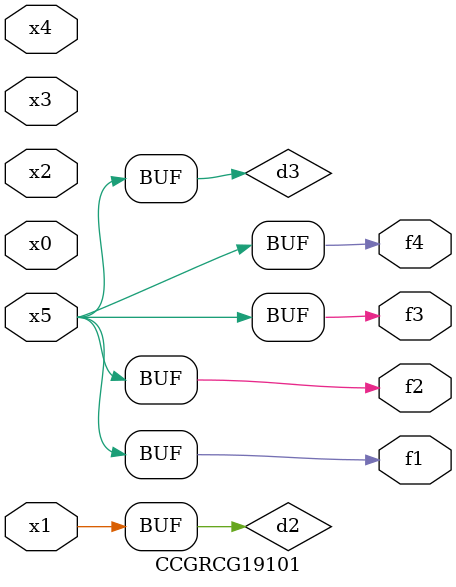
<source format=v>
module CCGRCG19101(
	input x0, x1, x2, x3, x4, x5,
	output f1, f2, f3, f4
);

	wire d1, d2, d3;

	not (d1, x5);
	or (d2, x1);
	xnor (d3, d1);
	assign f1 = d3;
	assign f2 = d3;
	assign f3 = d3;
	assign f4 = d3;
endmodule

</source>
